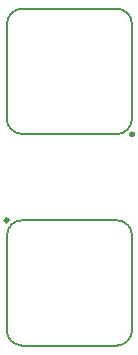
<source format=gbo>
%FSLAX23Y23*%
%MOIN*%
G70*
G01*
G75*
G04 Layer_Color=32896*
%ADD10R,0.020X0.055*%
%ADD11R,0.037X0.067*%
%ADD12R,0.051X0.033*%
%ADD13R,0.132X0.213*%
%ADD14R,0.079X0.087*%
%ADD15C,0.025*%
%ADD16C,0.020*%
%ADD17C,0.015*%
%ADD18C,0.010*%
%ADD19C,0.005*%
%ADD20O,0.043X0.142*%
%ADD21C,0.063*%
%ADD22R,0.063X0.063*%
%ADD23P,0.128X8X112.5*%
%ADD24P,0.128X8X202.5*%
%ADD25C,0.081*%
%ADD26C,0.060*%
%ADD27C,0.059*%
%ADD28R,0.059X0.059*%
%ADD29R,0.059X0.059*%
%ADD30C,0.016*%
%ADD31C,0.024*%
%ADD32C,0.010*%
%ADD33C,0.012*%
%ADD34C,0.006*%
%ADD35C,0.008*%
%ADD36C,0.006*%
%ADD37R,0.028X0.063*%
%ADD38R,0.045X0.075*%
%ADD39R,0.059X0.041*%
%ADD40R,0.140X0.221*%
%ADD41R,0.087X0.095*%
%ADD42O,0.051X0.150*%
%ADD43C,0.071*%
%ADD44R,0.071X0.071*%
%ADD45P,0.137X8X112.5*%
%ADD46P,0.137X8X202.5*%
%ADD47C,0.089*%
%ADD48C,0.068*%
%ADD49C,0.067*%
%ADD50R,0.067X0.067*%
%ADD51R,0.067X0.067*%
%ADD52C,0.028*%
D33*
X3104Y758D02*
G03*
X3104Y758I-5J0D01*
G01*
X2686Y471D02*
G03*
X2686Y471I-5J0D01*
G01*
D34*
X2681Y810D02*
G03*
X2733Y758I51J0D01*
G01*
X3048D02*
G03*
X3099Y810I0J51D01*
G01*
Y1125D02*
G03*
X3048Y1176I-51J0D01*
G01*
X2733D02*
G03*
X2681Y1125I0J-51D01*
G01*
X3099Y420D02*
G03*
X3048Y471I-51J0D01*
G01*
X2733D02*
G03*
X2681Y420I0J-51D01*
G01*
Y105D02*
G03*
X2733Y53I51J0D01*
G01*
X3048D02*
G03*
X3099Y105I0J51D01*
G01*
X2681Y810D02*
Y1125D01*
X2733Y758D02*
X3048D01*
X3099Y810D02*
Y1125D01*
X2733Y1176D02*
X3048D01*
X3099Y105D02*
Y420D01*
X2733Y471D02*
X3048D01*
X2681Y105D02*
Y420D01*
X2733Y53D02*
X3048D01*
M02*

</source>
